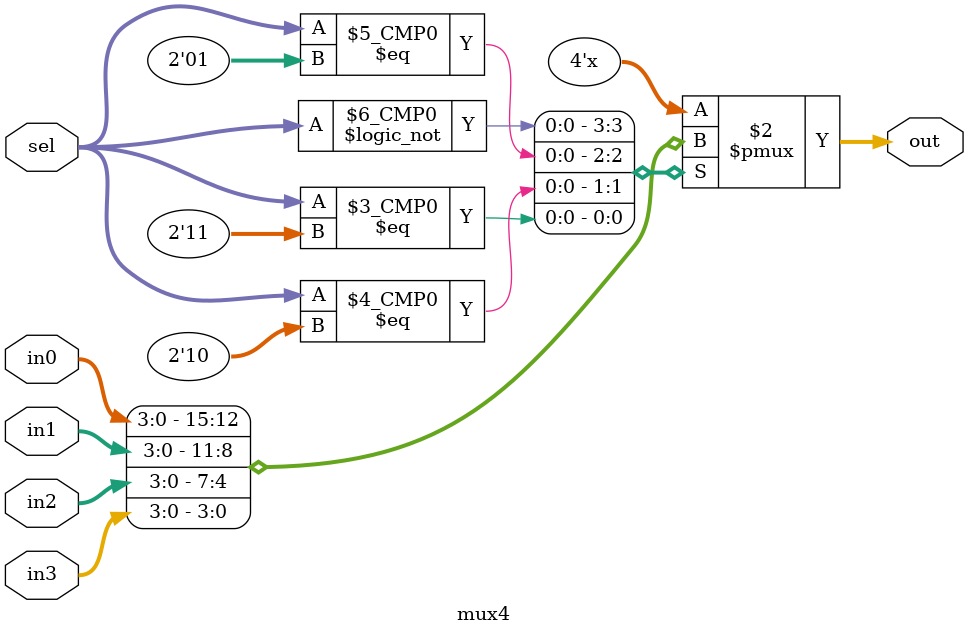
<source format=v>
module mux4 #(parameter WIDTH = 4) (
        input  wire [1:0]       sel,
        input  wire [WIDTH-1:0] in0,
        input  wire [WIDTH-1:0] in1,
        input  wire [WIDTH-1:0] in2,
        input  wire [WIDTH-1:0] in3,
        output reg  [WIDTH-1:0] out
    );

    always @ (*) begin
        case(sel)
            2'b00: out = in0;
            2'b01: out = in1;
            2'b10: out = in2;
            2'b11: out = in3;
        endcase
    end
    
endmodule

</source>
